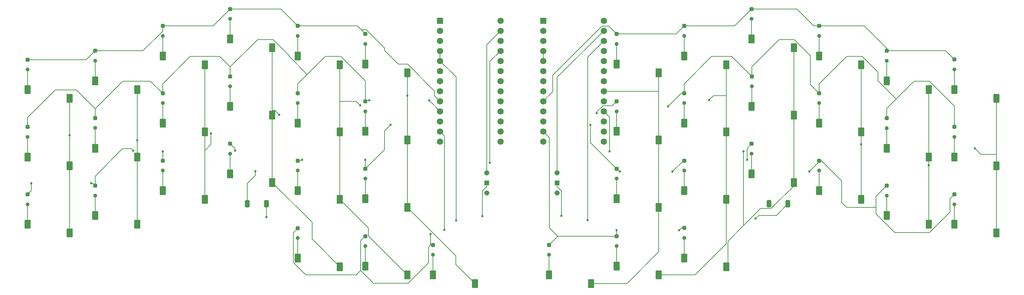
<source format=gbr>
%TF.GenerationSoftware,KiCad,Pcbnew,9.0.1*%
%TF.CreationDate,2025-04-16T23:21:15+03:00*%
%TF.ProjectId,turfing,74757266-696e-4672-9e6b-696361645f70,rev?*%
%TF.SameCoordinates,Original*%
%TF.FileFunction,Copper,L2,Bot*%
%TF.FilePolarity,Positive*%
%FSLAX46Y46*%
G04 Gerber Fmt 4.6, Leading zero omitted, Abs format (unit mm)*
G04 Created by KiCad (PCBNEW 9.0.1) date 2025-04-16 23:21:15*
%MOMM*%
%LPD*%
G01*
G04 APERTURE LIST*
G04 Aperture macros list*
%AMRoundRect*
0 Rectangle with rounded corners*
0 $1 Rounding radius*
0 $2 $3 $4 $5 $6 $7 $8 $9 X,Y pos of 4 corners*
0 Add a 4 corners polygon primitive as box body*
4,1,4,$2,$3,$4,$5,$6,$7,$8,$9,$2,$3,0*
0 Add four circle primitives for the rounded corners*
1,1,$1+$1,$2,$3*
1,1,$1+$1,$4,$5*
1,1,$1+$1,$6,$7*
1,1,$1+$1,$8,$9*
0 Add four rect primitives between the rounded corners*
20,1,$1+$1,$2,$3,$4,$5,0*
20,1,$1+$1,$4,$5,$6,$7,0*
20,1,$1+$1,$6,$7,$8,$9,0*
20,1,$1+$1,$8,$9,$2,$3,0*%
G04 Aperture macros list end*
%TA.AperFunction,SMDPad,CuDef*%
%ADD10RoundRect,0.200000X0.600000X0.900000X-0.600000X0.900000X-0.600000X-0.900000X0.600000X-0.900000X0*%
%TD*%
%TA.AperFunction,SMDPad,CuDef*%
%ADD11RoundRect,0.250000X-0.250000X0.250000X-0.250000X-0.250000X0.250000X-0.250000X0.250000X0.250000X0*%
%TD*%
%TA.AperFunction,SMDPad,CuDef*%
%ADD12C,1.000000*%
%TD*%
%TA.AperFunction,ComponentPad*%
%ADD13RoundRect,0.250000X-0.550000X-0.550000X0.550000X-0.550000X0.550000X0.550000X-0.550000X0.550000X0*%
%TD*%
%TA.AperFunction,ComponentPad*%
%ADD14C,1.600000*%
%TD*%
%TA.AperFunction,ComponentPad*%
%ADD15R,1.308000X1.308000*%
%TD*%
%TA.AperFunction,ComponentPad*%
%ADD16C,1.308000*%
%TD*%
%TA.AperFunction,SMDPad,CuDef*%
%ADD17RoundRect,0.250000X-0.350000X-0.650000X0.350000X-0.650000X0.350000X0.650000X-0.350000X0.650000X0*%
%TD*%
%TA.AperFunction,ViaPad*%
%ADD18C,0.600000*%
%TD*%
%TA.AperFunction,Conductor*%
%ADD19C,0.200000*%
%TD*%
G04 APERTURE END LIST*
D10*
%TO.P,SW16,1,1*%
%TO.N,Net-(D16-A)*%
X58200000Y-109950000D03*
%TO.P,SW16,2,2*%
%TO.N,COL_L3*%
X68800000Y-112150000D03*
%TD*%
%TO.P,SW29,1,1*%
%TO.N,Net-(D29-A)*%
X189450000Y-92950000D03*
%TO.P,SW29,2,2*%
%TO.N,COL_R1*%
X200050000Y-95150000D03*
%TD*%
D11*
%TO.P,D31,1,K*%
%TO.N,ROW_R1*%
X223452400Y-85375100D03*
D12*
%TO.P,D31,2,A*%
%TO.N,Net-(D31-A)*%
X223452400Y-87875100D03*
%TD*%
D11*
%TO.P,D1,1,K*%
%TO.N,ROW_L0*%
X109200000Y-70400100D03*
D12*
%TO.P,D1,2,A*%
%TO.N,Net-(D1-A)*%
X109200000Y-72900100D03*
%TD*%
D10*
%TO.P,SW20,1,1*%
%TO.N,Net-(D20-A)*%
X109200000Y-128990000D03*
%TO.P,SW20,2,2*%
%TO.N,COL_L1*%
X119800000Y-131190000D03*
%TD*%
D11*
%TO.P,D32,1,K*%
%TO.N,ROW_R1*%
X240452400Y-91675100D03*
D12*
%TO.P,D32,2,A*%
%TO.N,Net-(D32-A)*%
X240452400Y-94175100D03*
%TD*%
D10*
%TO.P,SW42,1,1*%
%TO.N,Net-(D42-A)*%
X189450000Y-126950000D03*
%TO.P,SW42,2,2*%
%TO.N,COL_R2*%
X200050000Y-129150000D03*
%TD*%
D11*
%TO.P,D17,1,K*%
%TO.N,ROW_L2*%
X41202400Y-108675100D03*
D12*
%TO.P,D17,2,A*%
%TO.N,Net-(D17-A)*%
X41202400Y-111175100D03*
%TD*%
D11*
%TO.P,D10,1,K*%
%TO.N,ROW_L1*%
X58200000Y-85375000D03*
D12*
%TO.P,D10,2,A*%
%TO.N,Net-(D10-A)*%
X58200000Y-87875000D03*
%TD*%
D11*
%TO.P,D12,1,K*%
%TO.N,ROW_L1*%
X24200000Y-93875000D03*
D12*
%TO.P,D12,2,A*%
%TO.N,Net-(D12-A)*%
X24200000Y-96375000D03*
%TD*%
D10*
%TO.P,SW17,1,1*%
%TO.N,Net-(D17-A)*%
X41200000Y-116240000D03*
%TO.P,SW17,2,2*%
%TO.N,COL_L4*%
X51800000Y-118440000D03*
%TD*%
%TO.P,SW5,1,1*%
%TO.N,Net-(D5-A)*%
X41200000Y-82240000D03*
%TO.P,SW5,2,2*%
%TO.N,COL_L4*%
X51800000Y-84440000D03*
%TD*%
D11*
%TO.P,D27,1,K*%
%TO.N,ROW_R0*%
X257450000Y-76875000D03*
D12*
%TO.P,D27,2,A*%
%TO.N,Net-(D27-A)*%
X257450000Y-79375000D03*
%TD*%
D10*
%TO.P,SW10,1,1*%
%TO.N,Net-(D10-A)*%
X58200000Y-92950000D03*
%TO.P,SW10,2,2*%
%TO.N,COL_L3*%
X68800000Y-95150000D03*
%TD*%
D13*
%TO.P,MCU_L1,*%
%TO.N,*%
X128030000Y-67060000D03*
D14*
X143270000Y-67060000D03*
%TO.P,MCU_L1,1,TX0/D3*%
%TO.N,unconnected-(MCU_L1-TX0{slash}D3-Pad1)*%
X128030000Y-69600000D03*
%TO.P,MCU_L1,2,RX1/D2*%
%TO.N,unconnected-(MCU_L1-RX1{slash}D2-Pad2)*%
X128030000Y-72140000D03*
%TO.P,MCU_L1,3,GND*%
%TO.N,GND_L*%
X128030000Y-74680000D03*
%TO.P,MCU_L1,4,GND*%
X128030000Y-77220000D03*
%TO.P,MCU_L1,5,2/D1/SDA*%
%TO.N,unconnected-(MCU_L1-2{slash}D1{slash}SDA-Pad5)*%
X128030000Y-79760000D03*
%TO.P,MCU_L1,6,3/D0/SCL*%
%TO.N,unconnected-(MCU_L1-3{slash}D0{slash}SCL-Pad6)*%
X128030000Y-82300000D03*
%TO.P,MCU_L1,7,4/D4*%
%TO.N,unconnected-(MCU_L1-4{slash}D4-Pad7)*%
X128030000Y-84840000D03*
%TO.P,MCU_L1,8,5/C6*%
%TO.N,ROW_L0*%
X128030000Y-87380000D03*
%TO.P,MCU_L1,9,6/D7*%
%TO.N,ROW_L1*%
X128030000Y-89920000D03*
%TO.P,MCU_L1,10,7/E6*%
%TO.N,ROW_L2*%
X128030000Y-92460000D03*
%TO.P,MCU_L1,11,8/B4*%
%TO.N,ROW_L3*%
X128030000Y-95000000D03*
%TO.P,MCU_L1,12,9/B5*%
%TO.N,unconnected-(MCU_L1-9{slash}B5-Pad12)*%
X128030000Y-97540000D03*
%TO.P,MCU_L1,13,B6/10*%
%TO.N,COL_L5*%
X143270000Y-97540000D03*
%TO.P,MCU_L1,14,B2/16*%
%TO.N,COL_L4*%
X143270000Y-95000000D03*
%TO.P,MCU_L1,15,B3/14*%
%TO.N,COL_L3*%
X143270000Y-92460000D03*
%TO.P,MCU_L1,16,B1/15*%
%TO.N,COL_L2*%
X143270000Y-89920000D03*
%TO.P,MCU_L1,17,F7/A0*%
%TO.N,COL_L1*%
X143270000Y-87380000D03*
%TO.P,MCU_L1,18,F6/A1*%
%TO.N,COL_L0*%
X143270000Y-84840000D03*
%TO.P,MCU_L1,19,F5/A2*%
%TO.N,unconnected-(MCU_L1-F5{slash}A2-Pad19)*%
X143270000Y-82300000D03*
%TO.P,MCU_L1,20,F4/A3*%
%TO.N,unconnected-(MCU_L1-F4{slash}A3-Pad20)*%
X143270000Y-79760000D03*
%TO.P,MCU_L1,21,VCC*%
%TO.N,unconnected-(MCU_L1-VCC-Pad21)*%
X143270000Y-77220000D03*
%TO.P,MCU_L1,22,RST*%
%TO.N,RESET_L*%
X143270000Y-74680000D03*
%TO.P,MCU_L1,23,GND*%
%TO.N,GND_L*%
X143270000Y-72140000D03*
%TO.P,MCU_L1,24,RAW*%
%TO.N,RAW_L*%
X143270000Y-69600000D03*
%TD*%
D11*
%TO.P,D30,1,K*%
%TO.N,ROW_R1*%
X206452400Y-81125100D03*
D12*
%TO.P,D30,2,A*%
%TO.N,Net-(D30-A)*%
X206452400Y-83625100D03*
%TD*%
D10*
%TO.P,SW24,1,1*%
%TO.N,Net-(D24-A)*%
X206450000Y-71700000D03*
%TO.P,SW24,2,2*%
%TO.N,COL_R2*%
X217050000Y-73900000D03*
%TD*%
%TO.P,SW4,1,1*%
%TO.N,Net-(D4-A)*%
X58200000Y-75950000D03*
%TO.P,SW4,2,2*%
%TO.N,COL_L3*%
X68800000Y-78150000D03*
%TD*%
%TO.P,SW22,1,1*%
%TO.N,Net-(D22-A)*%
X172450000Y-77990000D03*
%TO.P,SW22,2,2*%
%TO.N,COL_R0*%
X183050000Y-80190000D03*
%TD*%
%TO.P,SW36,1,1*%
%TO.N,Net-(D36-A)*%
X206450000Y-105700000D03*
%TO.P,SW36,2,2*%
%TO.N,COL_R2*%
X217050000Y-107900000D03*
%TD*%
%TO.P,SW34,1,1*%
%TO.N,Net-(D34-A)*%
X172450000Y-111990000D03*
%TO.P,SW34,2,2*%
%TO.N,COL_R0*%
X183050000Y-114190000D03*
%TD*%
D11*
%TO.P,D14,1,K*%
%TO.N,ROW_L2*%
X92202400Y-102375100D03*
D12*
%TO.P,D14,2,A*%
%TO.N,Net-(D14-A)*%
X92202400Y-104875100D03*
%TD*%
D11*
%TO.P,D3,1,K*%
%TO.N,ROW_L0*%
X75202400Y-64125100D03*
D12*
%TO.P,D3,2,A*%
%TO.N,Net-(D3-A)*%
X75202400Y-66625100D03*
%TD*%
D10*
%TO.P,SW15,1,1*%
%TO.N,Net-(D15-A)*%
X75200000Y-105700000D03*
%TO.P,SW15,2,2*%
%TO.N,COL_L2*%
X85800000Y-107900000D03*
%TD*%
%TO.P,SW40,1,1*%
%TO.N,Net-(D40-A)*%
X155450000Y-131200000D03*
%TO.P,SW40,2,2*%
%TO.N,COL_R0*%
X166050000Y-133400000D03*
%TD*%
%TO.P,SW7,1,1*%
%TO.N,Net-(D7-A)*%
X109200000Y-94990000D03*
%TO.P,SW7,2,2*%
%TO.N,COL_L0*%
X119800000Y-97190000D03*
%TD*%
D11*
%TO.P,D21,1,K*%
%TO.N,ROW_L3*%
X92227400Y-119400100D03*
D12*
%TO.P,D21,2,A*%
%TO.N,Net-(D21-A)*%
X92227400Y-121900100D03*
%TD*%
D10*
%TO.P,SW23,1,1*%
%TO.N,Net-(D23-A)*%
X189450000Y-75950000D03*
%TO.P,SW23,2,2*%
%TO.N,COL_R1*%
X200050000Y-78150000D03*
%TD*%
D15*
%TO.P,PW_R1,1*%
%TO.N,Net-(BAT_R1-BAT+)*%
X157491000Y-108000000D03*
D16*
%TO.P,PW_R1,2*%
%TO.N,unconnected-(PW_R1-Pad2)*%
X157491000Y-110540000D03*
%TO.P,PW_R1,3*%
%TO.N,RAW_R*%
X157491000Y-105460000D03*
%TD*%
D11*
%TO.P,D9,1,K*%
%TO.N,ROW_L1*%
X75202400Y-81125100D03*
D12*
%TO.P,D9,2,A*%
%TO.N,Net-(D9-A)*%
X75202400Y-83625100D03*
%TD*%
D10*
%TO.P,SW32,1,1*%
%TO.N,Net-(D32-A)*%
X240450000Y-99240000D03*
%TO.P,SW32,2,2*%
%TO.N,COL_R4*%
X251050000Y-101440000D03*
%TD*%
D11*
%TO.P,D22,1,K*%
%TO.N,ROW_R0*%
X172452400Y-70425100D03*
D12*
%TO.P,D22,2,A*%
%TO.N,Net-(D22-A)*%
X172452400Y-72925100D03*
%TD*%
D11*
%TO.P,D28,1,K*%
%TO.N,ROW_R1*%
X172452400Y-87425100D03*
D12*
%TO.P,D28,2,A*%
%TO.N,Net-(D28-A)*%
X172452400Y-89925100D03*
%TD*%
D11*
%TO.P,D39,1,K*%
%TO.N,ROW_R2*%
X257452400Y-110875100D03*
D12*
%TO.P,D39,2,A*%
%TO.N,Net-(D39-A)*%
X257452400Y-113375100D03*
%TD*%
D10*
%TO.P,SW3,1,1*%
%TO.N,Net-(D3-A)*%
X75200000Y-71700000D03*
%TO.P,SW3,2,2*%
%TO.N,COL_L2*%
X85800000Y-73900000D03*
%TD*%
D11*
%TO.P,D23,1,K*%
%TO.N,ROW_R0*%
X189452400Y-68375100D03*
D12*
%TO.P,D23,2,A*%
%TO.N,Net-(D23-A)*%
X189452400Y-70875100D03*
%TD*%
D10*
%TO.P,SW21,1,1*%
%TO.N,Net-(D21-A)*%
X92200000Y-126950000D03*
%TO.P,SW21,2,2*%
%TO.N,COL_L2*%
X102800000Y-129150000D03*
%TD*%
%TO.P,SW38,1,1*%
%TO.N,Net-(D38-A)*%
X240450000Y-116240000D03*
%TO.P,SW38,2,2*%
%TO.N,COL_R4*%
X251050000Y-118440000D03*
%TD*%
D11*
%TO.P,D5,1,K*%
%TO.N,ROW_L0*%
X41202400Y-74675100D03*
D12*
%TO.P,D5,2,A*%
%TO.N,Net-(D5-A)*%
X41202400Y-77175100D03*
%TD*%
D10*
%TO.P,SW25,1,1*%
%TO.N,Net-(D25-A)*%
X223450000Y-75950000D03*
%TO.P,SW25,2,2*%
%TO.N,COL_R3*%
X234050000Y-78150000D03*
%TD*%
%TO.P,SW8,1,1*%
%TO.N,Net-(D8-A)*%
X92200000Y-92950000D03*
%TO.P,SW8,2,2*%
%TO.N,COL_L1*%
X102800000Y-95150000D03*
%TD*%
D11*
%TO.P,D19,1,K*%
%TO.N,ROW_L3*%
X126202400Y-123625100D03*
D12*
%TO.P,D19,2,A*%
%TO.N,Net-(D19-A)*%
X126202400Y-126125100D03*
%TD*%
D10*
%TO.P,SW19,1,1*%
%TO.N,Net-(D19-A)*%
X126200000Y-131200000D03*
%TO.P,SW19,2,2*%
%TO.N,COL_L0*%
X136800000Y-133400000D03*
%TD*%
D11*
%TO.P,D26,1,K*%
%TO.N,ROW_R0*%
X240452400Y-74650100D03*
D12*
%TO.P,D26,2,A*%
%TO.N,Net-(D26-A)*%
X240452400Y-77150100D03*
%TD*%
D10*
%TO.P,SW30,1,1*%
%TO.N,Net-(D30-A)*%
X206450000Y-88700000D03*
%TO.P,SW30,2,2*%
%TO.N,COL_R2*%
X217050000Y-90900000D03*
%TD*%
D11*
%TO.P,D7,1,K*%
%TO.N,ROW_L1*%
X109202400Y-87425100D03*
D12*
%TO.P,D7,2,A*%
%TO.N,Net-(D7-A)*%
X109202400Y-89925100D03*
%TD*%
D10*
%TO.P,SW12,1,1*%
%TO.N,Net-(D12-A)*%
X24200000Y-101450000D03*
%TO.P,SW12,2,2*%
%TO.N,COL_L5*%
X34800000Y-103650000D03*
%TD*%
%TO.P,SW11,1,1*%
%TO.N,Net-(D11-A)*%
X41200000Y-99240000D03*
%TO.P,SW11,2,2*%
%TO.N,COL_L4*%
X51800000Y-101440000D03*
%TD*%
D17*
%TO.P,RS_L1,1,1*%
%TO.N,RESET_L*%
X79525000Y-113240000D03*
%TO.P,RS_L1,2,2*%
%TO.N,GND_L*%
X84325000Y-113240000D03*
%TD*%
D11*
%TO.P,D38,1,K*%
%TO.N,ROW_R2*%
X240452400Y-108675100D03*
D12*
%TO.P,D38,2,A*%
%TO.N,Net-(D38-A)*%
X240452400Y-111175100D03*
%TD*%
D10*
%TO.P,SW27,1,1*%
%TO.N,Net-(D27-A)*%
X257450000Y-84450000D03*
%TO.P,SW27,2,2*%
%TO.N,COL_R5*%
X268050000Y-86650000D03*
%TD*%
D11*
%TO.P,D20,1,K*%
%TO.N,ROW_L3*%
X109202400Y-121425100D03*
D12*
%TO.P,D20,2,A*%
%TO.N,Net-(D20-A)*%
X109202400Y-123925100D03*
%TD*%
D11*
%TO.P,D41,1,K*%
%TO.N,ROW_R3*%
X172450000Y-121425000D03*
D12*
%TO.P,D41,2,A*%
%TO.N,Net-(D41-A)*%
X172450000Y-123925000D03*
%TD*%
D10*
%TO.P,SW13,1,1*%
%TO.N,Net-(D13-A)*%
X109200000Y-111990000D03*
%TO.P,SW13,2,2*%
%TO.N,COL_L0*%
X119800000Y-114190000D03*
%TD*%
D15*
%TO.P,PW_L1,1*%
%TO.N,Net-(BAT_L1-BAT+)*%
X139769000Y-108000000D03*
D16*
%TO.P,PW_L1,2*%
%TO.N,RAW_L*%
X139769000Y-105460000D03*
%TO.P,PW_L1,3*%
%TO.N,unconnected-(PW_L1-Pad3)*%
X139769000Y-110540000D03*
%TD*%
D11*
%TO.P,D18,1,K*%
%TO.N,ROW_L2*%
X24202400Y-110875100D03*
D12*
%TO.P,D18,2,A*%
%TO.N,Net-(D18-A)*%
X24202400Y-113375100D03*
%TD*%
D11*
%TO.P,D24,1,K*%
%TO.N,ROW_R0*%
X206450000Y-64125000D03*
D12*
%TO.P,D24,2,A*%
%TO.N,Net-(D24-A)*%
X206450000Y-66625000D03*
%TD*%
D11*
%TO.P,D13,1,K*%
%TO.N,ROW_L2*%
X109202400Y-104425100D03*
D12*
%TO.P,D13,2,A*%
%TO.N,Net-(D13-A)*%
X109202400Y-106925100D03*
%TD*%
D11*
%TO.P,D4,1,K*%
%TO.N,ROW_L0*%
X58202400Y-68375100D03*
D12*
%TO.P,D4,2,A*%
%TO.N,Net-(D4-A)*%
X58202400Y-70875100D03*
%TD*%
D13*
%TO.P,MCU_R1,*%
%TO.N,*%
X153990000Y-67060000D03*
D14*
X169230000Y-67060000D03*
%TO.P,MCU_R1,1,TX0/D3*%
%TO.N,unconnected-(MCU_R1-TX0{slash}D3-Pad1)*%
X153990000Y-69600000D03*
%TO.P,MCU_R1,2,RX1/D2*%
%TO.N,unconnected-(MCU_R1-RX1{slash}D2-Pad2)*%
X153990000Y-72140000D03*
%TO.P,MCU_R1,3,GND*%
%TO.N,GND_R*%
X153990000Y-74680000D03*
%TO.P,MCU_R1,4,GND*%
X153990000Y-77220000D03*
%TO.P,MCU_R1,5,2/D1/SDA*%
%TO.N,unconnected-(MCU_R1-2{slash}D1{slash}SDA-Pad5)*%
X153990000Y-79760000D03*
%TO.P,MCU_R1,6,3/D0/SCL*%
%TO.N,unconnected-(MCU_R1-3{slash}D0{slash}SCL-Pad6)*%
X153990000Y-82300000D03*
%TO.P,MCU_R1,7,4/D4*%
%TO.N,unconnected-(MCU_R1-4{slash}D4-Pad7)*%
X153990000Y-84840000D03*
%TO.P,MCU_R1,8,5/C6*%
%TO.N,ROW_R0*%
X153990000Y-87380000D03*
%TO.P,MCU_R1,9,6/D7*%
%TO.N,ROW_R1*%
X153990000Y-89920000D03*
%TO.P,MCU_R1,10,7/E6*%
%TO.N,ROW_R2*%
X153990000Y-92460000D03*
%TO.P,MCU_R1,11,8/B4*%
%TO.N,ROW_R3*%
X153990000Y-95000000D03*
%TO.P,MCU_R1,12,9/B5*%
%TO.N,unconnected-(MCU_R1-9{slash}B5-Pad12)*%
X153990000Y-97540000D03*
%TO.P,MCU_R1,13,B6/10*%
%TO.N,COL_R5*%
X169230000Y-97540000D03*
%TO.P,MCU_R1,14,B2/16*%
%TO.N,COL_R4*%
X169230000Y-95000000D03*
%TO.P,MCU_R1,15,B3/14*%
%TO.N,COL_R3*%
X169230000Y-92460000D03*
%TO.P,MCU_R1,16,B1/15*%
%TO.N,COL_R2*%
X169230000Y-89920000D03*
%TO.P,MCU_R1,17,F7/A0*%
%TO.N,COL_R1*%
X169230000Y-87380000D03*
%TO.P,MCU_R1,18,F6/A1*%
%TO.N,COL_R0*%
X169230000Y-84840000D03*
%TO.P,MCU_R1,19,F5/A2*%
%TO.N,unconnected-(MCU_R1-F5{slash}A2-Pad19)*%
X169230000Y-82300000D03*
%TO.P,MCU_R1,20,F4/A3*%
%TO.N,unconnected-(MCU_R1-F4{slash}A3-Pad20)*%
X169230000Y-79760000D03*
%TO.P,MCU_R1,21,VCC*%
%TO.N,unconnected-(MCU_R1-VCC-Pad21)*%
X169230000Y-77220000D03*
%TO.P,MCU_R1,22,RST*%
%TO.N,RESET_R*%
X169230000Y-74680000D03*
%TO.P,MCU_R1,23,GND*%
%TO.N,GND_R*%
X169230000Y-72140000D03*
%TO.P,MCU_R1,24,RAW*%
%TO.N,RAW_R*%
X169230000Y-69600000D03*
%TD*%
D10*
%TO.P,SW35,1,1*%
%TO.N,Net-(D35-A)*%
X189450000Y-109950000D03*
%TO.P,SW35,2,2*%
%TO.N,COL_R1*%
X200050000Y-112150000D03*
%TD*%
%TO.P,SW31,1,1*%
%TO.N,Net-(D31-A)*%
X223450000Y-92950000D03*
%TO.P,SW31,2,2*%
%TO.N,COL_R3*%
X234050000Y-95150000D03*
%TD*%
%TO.P,SW2,1,1*%
%TO.N,Net-(D2-A)*%
X92200000Y-75950000D03*
%TO.P,SW2,2,2*%
%TO.N,COL_L1*%
X102800000Y-78150000D03*
%TD*%
D11*
%TO.P,D6,1,K*%
%TO.N,ROW_L0*%
X24227400Y-76900100D03*
D12*
%TO.P,D6,2,A*%
%TO.N,Net-(D6-A)*%
X24227400Y-79400100D03*
%TD*%
D10*
%TO.P,SW9,1,1*%
%TO.N,Net-(D9-A)*%
X75200000Y-88700000D03*
%TO.P,SW9,2,2*%
%TO.N,COL_L2*%
X85800000Y-90900000D03*
%TD*%
%TO.P,SW39,1,1*%
%TO.N,Net-(D39-A)*%
X257450000Y-118450000D03*
%TO.P,SW39,2,2*%
%TO.N,COL_R5*%
X268050000Y-120650000D03*
%TD*%
%TO.P,SW18,1,1*%
%TO.N,Net-(D18-A)*%
X24200000Y-118450000D03*
%TO.P,SW18,2,2*%
%TO.N,COL_L5*%
X34800000Y-120650000D03*
%TD*%
%TO.P,SW33,1,1*%
%TO.N,Net-(D33-A)*%
X257450000Y-101450000D03*
%TO.P,SW33,2,2*%
%TO.N,COL_R5*%
X268050000Y-103650000D03*
%TD*%
D11*
%TO.P,D37,1,K*%
%TO.N,ROW_R2*%
X223452400Y-102375100D03*
D12*
%TO.P,D37,2,A*%
%TO.N,Net-(D37-A)*%
X223452400Y-104875100D03*
%TD*%
D11*
%TO.P,D25,1,K*%
%TO.N,ROW_R0*%
X223452400Y-68375100D03*
D12*
%TO.P,D25,2,A*%
%TO.N,Net-(D25-A)*%
X223452400Y-70875100D03*
%TD*%
D10*
%TO.P,SW14,1,1*%
%TO.N,Net-(D14-A)*%
X92200000Y-109950000D03*
%TO.P,SW14,2,2*%
%TO.N,COL_L1*%
X102800000Y-112150000D03*
%TD*%
D11*
%TO.P,D42,1,K*%
%TO.N,ROW_R3*%
X189452400Y-119375100D03*
D12*
%TO.P,D42,2,A*%
%TO.N,Net-(D42-A)*%
X189452400Y-121875100D03*
%TD*%
D11*
%TO.P,D11,1,K*%
%TO.N,ROW_L1*%
X41202400Y-91650100D03*
D12*
%TO.P,D11,2,A*%
%TO.N,Net-(D11-A)*%
X41202400Y-94150100D03*
%TD*%
D11*
%TO.P,D34,1,K*%
%TO.N,ROW_R2*%
X172452400Y-104425100D03*
D12*
%TO.P,D34,2,A*%
%TO.N,Net-(D34-A)*%
X172452400Y-106925100D03*
%TD*%
D10*
%TO.P,SW6,1,1*%
%TO.N,Net-(D6-A)*%
X24200000Y-84450000D03*
%TO.P,SW6,2,2*%
%TO.N,COL_L5*%
X34800000Y-86650000D03*
%TD*%
D11*
%TO.P,D15,1,K*%
%TO.N,ROW_L2*%
X75202400Y-98125100D03*
D12*
%TO.P,D15,2,A*%
%TO.N,Net-(D15-A)*%
X75202400Y-100625100D03*
%TD*%
D11*
%TO.P,D2,1,K*%
%TO.N,ROW_L0*%
X92202400Y-68375100D03*
D12*
%TO.P,D2,2,A*%
%TO.N,Net-(D2-A)*%
X92202400Y-70875100D03*
%TD*%
D11*
%TO.P,D33,1,K*%
%TO.N,ROW_R1*%
X257452400Y-93875100D03*
D12*
%TO.P,D33,2,A*%
%TO.N,Net-(D33-A)*%
X257452400Y-96375100D03*
%TD*%
D11*
%TO.P,D29,1,K*%
%TO.N,ROW_R1*%
X189452400Y-85375100D03*
D12*
%TO.P,D29,2,A*%
%TO.N,Net-(D29-A)*%
X189452400Y-87875100D03*
%TD*%
D10*
%TO.P,SW1,1,1*%
%TO.N,Net-(D1-A)*%
X109200000Y-77990000D03*
%TO.P,SW1,2,2*%
%TO.N,COL_L0*%
X119800000Y-80190000D03*
%TD*%
D11*
%TO.P,D36,1,K*%
%TO.N,ROW_R2*%
X206450000Y-98125000D03*
D12*
%TO.P,D36,2,A*%
%TO.N,Net-(D36-A)*%
X206450000Y-100625000D03*
%TD*%
D11*
%TO.P,D40,1,K*%
%TO.N,ROW_R3*%
X155452400Y-123625100D03*
D12*
%TO.P,D40,2,A*%
%TO.N,Net-(D40-A)*%
X155452400Y-126125100D03*
%TD*%
D11*
%TO.P,D16,1,K*%
%TO.N,ROW_L2*%
X58202400Y-102375100D03*
D12*
%TO.P,D16,2,A*%
%TO.N,Net-(D16-A)*%
X58202400Y-104875100D03*
%TD*%
D10*
%TO.P,SW41,1,1*%
%TO.N,Net-(D41-A)*%
X172450000Y-128990000D03*
%TO.P,SW41,2,2*%
%TO.N,COL_R1*%
X183050000Y-131190000D03*
%TD*%
D11*
%TO.P,D35,1,K*%
%TO.N,ROW_R2*%
X189450000Y-102375000D03*
D12*
%TO.P,D35,2,A*%
%TO.N,Net-(D35-A)*%
X189450000Y-104875000D03*
%TD*%
D10*
%TO.P,SW28,1,1*%
%TO.N,Net-(D28-A)*%
X172450000Y-94990000D03*
%TO.P,SW28,2,2*%
%TO.N,COL_R0*%
X183050000Y-97190000D03*
%TD*%
%TO.P,SW26,1,1*%
%TO.N,Net-(D26-A)*%
X240450000Y-82240000D03*
%TO.P,SW26,2,2*%
%TO.N,COL_R4*%
X251050000Y-84440000D03*
%TD*%
%TO.P,SW37,1,1*%
%TO.N,Net-(D37-A)*%
X223450000Y-109950000D03*
%TO.P,SW37,2,2*%
%TO.N,COL_R3*%
X234050000Y-112150000D03*
%TD*%
D11*
%TO.P,D8,1,K*%
%TO.N,ROW_L1*%
X92200000Y-85375000D03*
D12*
%TO.P,D8,2,A*%
%TO.N,Net-(D8-A)*%
X92200000Y-87875000D03*
%TD*%
D17*
%TO.P,RS_R1,1,1*%
%TO.N,RESET_R*%
X210775000Y-113240000D03*
%TO.P,RS_R1,2,2*%
%TO.N,GND_R*%
X215575000Y-113240000D03*
%TD*%
D18*
%TO.N,GND_L*%
X132089100Y-117450000D03*
X84325000Y-116610700D03*
%TO.N,Net-(BAT_L1-BAT+)*%
X138675700Y-116384300D03*
%TO.N,GND_R*%
X207419300Y-117008900D03*
X165158700Y-117400000D03*
%TO.N,Net-(BAT_R1-BAT+)*%
X158571700Y-116321700D03*
%TO.N,ROW_L1*%
X110215100Y-87150900D03*
X125260900Y-87150900D03*
%TO.N,ROW_L2*%
X109202400Y-102186400D03*
X76445000Y-99893800D03*
X40207500Y-108101800D03*
X50826100Y-99899800D03*
X93264800Y-102186400D03*
X115585300Y-93360600D03*
X58202400Y-100044500D03*
X25099100Y-108101800D03*
%TO.N,ROW_L3*%
X129134600Y-119845500D03*
X125602400Y-120851800D03*
%TO.N,ROW_R1*%
X167473400Y-90355600D03*
X185449300Y-88650000D03*
%TO.N,ROW_R2*%
X173300900Y-105144100D03*
X165887800Y-93313300D03*
X205284400Y-102186400D03*
X221008300Y-105144100D03*
X186547300Y-105144100D03*
%TO.N,ROW_R3*%
X188238200Y-119932600D03*
X172450000Y-119932600D03*
%TO.N,COL_L1*%
X107968200Y-88413700D03*
%TO.N,COL_L4*%
X51800000Y-97244900D03*
%TO.N,COL_L5*%
X34800000Y-95973500D03*
%TO.N,COL_L2*%
X87542700Y-90825100D03*
%TO.N,COL_L0*%
X119800000Y-85979600D03*
%TO.N,COL_L3*%
X70353200Y-95462700D03*
%TO.N,COL_R4*%
X251050000Y-103500400D03*
%TO.N,COL_R1*%
X195777500Y-87051600D03*
%TO.N,COL_R2*%
X204393400Y-100032700D03*
X170669800Y-100032700D03*
%TO.N,COL_R5*%
X262592700Y-99259100D03*
%TO.N,COL_R3*%
X234050000Y-98218500D03*
%TO.N,RESET_L*%
X140575100Y-102877800D03*
X81541200Y-105050000D03*
%TD*%
D19*
%TO.N,GND_L*%
X84325000Y-113240000D02*
X84325000Y-116610700D01*
X128030000Y-77220000D02*
X128030000Y-74680000D01*
X132089100Y-117450000D02*
X132089100Y-81279100D01*
X132089100Y-81279100D02*
X128030000Y-77220000D01*
%TO.N,Net-(BAT_L1-BAT+)*%
X139769000Y-108000000D02*
X139769000Y-108955700D01*
X138675700Y-110049000D02*
X138675700Y-116384300D01*
X139769000Y-108955700D02*
X138675700Y-110049000D01*
%TO.N,GND_R*%
X212638400Y-116176600D02*
X208251600Y-116176600D01*
X165158700Y-76211300D02*
X169230000Y-72140000D01*
X215575000Y-113240000D02*
X212638400Y-116176600D01*
X208251600Y-116176600D02*
X207419300Y-117008900D01*
X153990000Y-77220000D02*
X153990000Y-74680000D01*
X165158700Y-117400000D02*
X165158700Y-76211300D01*
%TO.N,Net-(BAT_R1-BAT+)*%
X157491000Y-108955700D02*
X158571700Y-110036400D01*
X157491000Y-108000000D02*
X157491000Y-108955700D01*
X158571700Y-110036400D02*
X158571700Y-116321700D01*
%TO.N,ROW_L0*%
X70952400Y-68375100D02*
X75202400Y-64125100D01*
X114050200Y-73957100D02*
X114050200Y-74533400D01*
X117527400Y-78010600D02*
X119840400Y-78010600D01*
X53269600Y-74675100D02*
X58202400Y-69742300D01*
X75202400Y-64125100D02*
X87952400Y-64125100D01*
X58202400Y-68375100D02*
X70952400Y-68375100D01*
X108187500Y-69387600D02*
X109200000Y-70400100D01*
X109480700Y-69387600D02*
X114050200Y-73957100D01*
X87952400Y-64125100D02*
X92202400Y-68375100D01*
X114050200Y-74533400D02*
X117527400Y-78010600D01*
X126590200Y-84760400D02*
X126590200Y-85940200D01*
X38977400Y-76900100D02*
X41202400Y-74675100D01*
X41202400Y-74675100D02*
X53269600Y-74675100D01*
X92202400Y-68375100D02*
X107175000Y-68375100D01*
X24227400Y-76900100D02*
X38977400Y-76900100D01*
X108187500Y-69387600D02*
X109480700Y-69387600D01*
X58202400Y-69742300D02*
X58202400Y-68375100D01*
X119840400Y-78010600D02*
X126590200Y-84760400D01*
X126590200Y-85940200D02*
X128030000Y-87380000D01*
X107175000Y-68375100D02*
X108187500Y-69387600D01*
%TO.N,Net-(D1-A)*%
X109200000Y-72900100D02*
X109200000Y-77990000D01*
%TO.N,Net-(D2-A)*%
X92202400Y-75947600D02*
X92200000Y-75950000D01*
X92202400Y-70875100D02*
X92202400Y-75947600D01*
%TO.N,Net-(D3-A)*%
X75200000Y-66627500D02*
X75202400Y-66625100D01*
X75200000Y-71700000D02*
X75200000Y-66627500D01*
%TO.N,Net-(D4-A)*%
X58202400Y-70875100D02*
X58202400Y-75947600D01*
X58202400Y-75947600D02*
X58200000Y-75950000D01*
%TO.N,Net-(D5-A)*%
X41202400Y-77175100D02*
X41202400Y-82237600D01*
X41202400Y-82237600D02*
X41200000Y-82240000D01*
%TO.N,Net-(D6-A)*%
X24227400Y-84422600D02*
X24200000Y-84450000D01*
X24227400Y-79400100D02*
X24227400Y-84422600D01*
%TO.N,Net-(D7-A)*%
X109202000Y-94987600D02*
X109200000Y-94990000D01*
X109202400Y-92455900D02*
X109202400Y-89925100D01*
X109202000Y-92456300D02*
X109202000Y-94987600D01*
X109202000Y-89925100D02*
X109202000Y-92456300D01*
X109202000Y-92456300D02*
X109202400Y-92455900D01*
%TO.N,ROW_L1*%
X92200000Y-82989100D02*
X94583400Y-80605700D01*
X86035300Y-71823300D02*
X90000200Y-75788200D01*
X36500300Y-84574200D02*
X41202400Y-89276300D01*
X24200000Y-93875000D02*
X24200000Y-91489100D01*
X31114900Y-84574200D02*
X36500300Y-84574200D01*
X65103300Y-76087000D02*
X72551500Y-76087000D01*
X90000200Y-75788200D02*
X90000200Y-76022600D01*
X41202400Y-89276300D02*
X48152700Y-82326000D01*
X102993000Y-76075700D02*
X109202400Y-82285100D01*
X92200000Y-85375000D02*
X92200000Y-82989100D01*
X109202400Y-87150900D02*
X109202400Y-87425100D01*
X58200000Y-85375000D02*
X58200000Y-82990300D01*
X72551500Y-76087000D02*
X75202400Y-78737900D01*
X75202400Y-81125100D02*
X75202400Y-78737900D01*
X75202400Y-78737900D02*
X82117000Y-71823300D01*
X41202400Y-91650100D02*
X41202400Y-89276300D01*
X82117000Y-71823300D02*
X86035300Y-71823300D01*
X55151000Y-82326000D02*
X58200000Y-85375000D01*
X99113400Y-76075700D02*
X102993000Y-76075700D01*
X94583400Y-80605700D02*
X99113400Y-76075700D01*
X109202400Y-87150900D02*
X110215100Y-87150900D01*
X48152700Y-82326000D02*
X55151000Y-82326000D01*
X109202400Y-82285100D02*
X109202400Y-87150900D01*
X24200000Y-91489100D02*
X31114900Y-84574200D01*
X128030000Y-89920000D02*
X125260900Y-87150900D01*
X90000200Y-76022600D02*
X94583400Y-80605700D01*
X58200000Y-82990300D02*
X65103300Y-76087000D01*
%TO.N,Net-(D8-A)*%
X92200000Y-87875000D02*
X92200000Y-92950000D01*
%TO.N,Net-(D9-A)*%
X75200000Y-88700000D02*
X75200000Y-83627500D01*
X75200000Y-83627500D02*
X75202400Y-83625100D01*
%TO.N,Net-(D10-A)*%
X58200000Y-92950000D02*
X58200000Y-87875000D01*
%TO.N,Net-(D11-A)*%
X41202400Y-94150100D02*
X41202400Y-99237600D01*
X41202400Y-99237600D02*
X41200000Y-99240000D01*
%TO.N,Net-(D12-A)*%
X24200000Y-96375000D02*
X24200000Y-101450000D01*
%TO.N,Net-(D13-A)*%
X109201000Y-106926500D02*
X109202400Y-106925100D01*
X109200000Y-106928000D02*
X109201000Y-106926500D01*
X109201000Y-106926500D02*
X109202000Y-106925000D01*
X109200000Y-111990000D02*
X109200000Y-106928000D01*
%TO.N,ROW_L2*%
X93076100Y-102375100D02*
X93264800Y-102186400D01*
X92202400Y-102375100D02*
X93076100Y-102375100D01*
X24202400Y-110875100D02*
X25099100Y-109978400D01*
X109202400Y-104425100D02*
X109202400Y-102186400D01*
X75202400Y-98125100D02*
X76445000Y-99367700D01*
X25099100Y-109978400D02*
X25099100Y-108101800D01*
X114051700Y-99575800D02*
X114051700Y-94894200D01*
X109202400Y-104425100D02*
X114051700Y-99575800D01*
X76445000Y-99367700D02*
X76445000Y-99893800D01*
X40207500Y-108101800D02*
X40629100Y-108101800D01*
X48122300Y-99386200D02*
X50312500Y-99386200D01*
X58202400Y-102375100D02*
X58202400Y-100044500D01*
X41202400Y-108675100D02*
X41202400Y-106306100D01*
X114051700Y-94894200D02*
X115585300Y-93360600D01*
X50312500Y-99386200D02*
X50826100Y-99899800D01*
X40629100Y-108101800D02*
X41202400Y-108675100D01*
X41202400Y-106306100D02*
X48122300Y-99386200D01*
%TO.N,Net-(D14-A)*%
X92202400Y-104875100D02*
X92202400Y-109948000D01*
X92202400Y-109948000D02*
X92200000Y-109950000D01*
X92202400Y-104875000D02*
X92202400Y-104875100D01*
%TO.N,Net-(D15-A)*%
X75202400Y-100625300D02*
X75202400Y-100625100D01*
X75200000Y-105700000D02*
X75200000Y-100628000D01*
X75201200Y-100626500D02*
X75202400Y-100625300D01*
X75200000Y-100628000D02*
X75201200Y-100626500D01*
X75201200Y-100626500D02*
X75202400Y-100625000D01*
%TO.N,Net-(D16-A)*%
X58200000Y-104878000D02*
X58201200Y-104876500D01*
X58201200Y-104876500D02*
X58202400Y-104875000D01*
X58202400Y-104875300D02*
X58202400Y-104875100D01*
X58201200Y-104876500D02*
X58202400Y-104875300D01*
X58200000Y-109950000D02*
X58200000Y-104878000D01*
%TO.N,Net-(D17-A)*%
X41202400Y-116238000D02*
X41200000Y-116240000D01*
X41202400Y-111175100D02*
X41202400Y-116238000D01*
X41202400Y-111175000D02*
X41202400Y-111175100D01*
%TO.N,Net-(D18-A)*%
X24202400Y-113375000D02*
X24202400Y-113375100D01*
X24202400Y-118448000D02*
X24200000Y-118450000D01*
X24202400Y-113375100D02*
X24202400Y-118448000D01*
%TO.N,Net-(D19-A)*%
X126202400Y-126125100D02*
X126202400Y-131197600D01*
X126202400Y-131197600D02*
X126200000Y-131200000D01*
%TO.N,ROW_L3*%
X111248400Y-133280400D02*
X119927200Y-133280400D01*
X125602400Y-123625100D02*
X125602400Y-120851800D01*
X125602400Y-123625100D02*
X126202400Y-123625100D01*
X108049400Y-122578100D02*
X108049400Y-130081400D01*
X119927200Y-133280400D02*
X125099000Y-128108600D01*
X108049400Y-130081400D02*
X111248400Y-133280400D01*
X125099000Y-124128500D02*
X125602400Y-123625100D01*
X92227400Y-119400100D02*
X91059300Y-120568200D01*
X125099000Y-128108600D02*
X125099000Y-124128500D01*
X106910600Y-131220200D02*
X108049400Y-130081400D01*
X128030000Y-95000000D02*
X129134600Y-96104600D01*
X129134600Y-96104600D02*
X129134600Y-119845500D01*
X109202400Y-121425100D02*
X108049400Y-122578100D01*
X91059300Y-120568200D02*
X91059300Y-128071400D01*
X94208100Y-131220200D02*
X106910600Y-131220200D01*
X91059300Y-128071400D02*
X94208100Y-131220200D01*
%TO.N,Net-(D20-A)*%
X109200000Y-123927500D02*
X109200000Y-128990000D01*
X109202400Y-123925100D02*
X109200000Y-123927500D01*
%TO.N,Net-(D21-A)*%
X92200000Y-121927500D02*
X92200000Y-126950000D01*
X92227400Y-121900100D02*
X92200000Y-121927500D01*
%TO.N,ROW_R0*%
X240452000Y-74650100D02*
X240452400Y-74650100D01*
X222085000Y-68375100D02*
X223452400Y-68375100D01*
X189452000Y-68375100D02*
X189452400Y-68375100D01*
X168745000Y-68460900D02*
X170487800Y-68460900D01*
X153990000Y-87380000D02*
X156379000Y-84991000D01*
X156379000Y-80826900D02*
X168745000Y-68460900D01*
X240452400Y-74650100D02*
X255225000Y-74650100D01*
X240452000Y-74062400D02*
X240452000Y-74650100D01*
X234765000Y-68375100D02*
X240452000Y-74062400D01*
X217835000Y-64125000D02*
X222085000Y-68375100D01*
X172452000Y-70425100D02*
X172452400Y-70425100D01*
X202200000Y-68375100D02*
X206450000Y-64125000D01*
X187402000Y-70425100D02*
X189452000Y-68375100D01*
X189452400Y-68375100D02*
X202200000Y-68375100D01*
X255225000Y-74650100D02*
X257450000Y-76875000D01*
X223452400Y-68375100D02*
X234765000Y-68375100D01*
X156379000Y-84991000D02*
X156379000Y-80826900D01*
X172452400Y-70425100D02*
X187402000Y-70425100D01*
X206450000Y-64125000D02*
X217835000Y-64125000D01*
X170487800Y-68460900D02*
X172452000Y-70425100D01*
%TO.N,Net-(D22-A)*%
X172451000Y-72926300D02*
X172452000Y-72925100D01*
X172450000Y-77990000D02*
X172450000Y-72927500D01*
X172451200Y-72926300D02*
X172452400Y-72925100D01*
X172451000Y-72926300D02*
X172451200Y-72926300D01*
X172450000Y-72927500D02*
X172451000Y-72926300D01*
%TO.N,Net-(D23-A)*%
X189451000Y-70876300D02*
X189451200Y-70876300D01*
X189451200Y-70876300D02*
X189452400Y-70875100D01*
X189450000Y-70877500D02*
X189451000Y-70876300D01*
X189451000Y-70876300D02*
X189452000Y-70875100D01*
X189450000Y-75950000D02*
X189450000Y-70877500D01*
%TO.N,Net-(D24-A)*%
X206450000Y-71700000D02*
X206450000Y-66625000D01*
%TO.N,Net-(D25-A)*%
X223450000Y-70877500D02*
X223451000Y-70876300D01*
X223450000Y-75950000D02*
X223450000Y-70877500D01*
X223451000Y-70876300D02*
X223452000Y-70875100D01*
X223451200Y-70876300D02*
X223452400Y-70875100D01*
X223451000Y-70876300D02*
X223451200Y-70876300D01*
%TO.N,Net-(D26-A)*%
X240452000Y-79693800D02*
X240452400Y-79693400D01*
X240452400Y-79693400D02*
X240452400Y-77150100D01*
X240452000Y-82237600D02*
X240450000Y-82240000D01*
X240452000Y-77150100D02*
X240452000Y-79693800D01*
X240452000Y-79693800D02*
X240452000Y-82237600D01*
%TO.N,Net-(D27-A)*%
X257450000Y-84450000D02*
X257450000Y-79375000D01*
%TO.N,Net-(D28-A)*%
X172450000Y-89927500D02*
X172451000Y-89926300D01*
X172450000Y-94990000D02*
X172450000Y-89927500D01*
X172451000Y-89926300D02*
X172451200Y-89926300D01*
X172451200Y-89926300D02*
X172452400Y-89925100D01*
X172451000Y-89926300D02*
X172452000Y-89925100D01*
%TO.N,ROW_R1*%
X189452400Y-82987900D02*
X189452400Y-85375100D01*
X217166800Y-71804100D02*
X221250200Y-75887500D01*
X167473400Y-90050800D02*
X167473400Y-90355600D01*
X188724200Y-85375100D02*
X185449300Y-88650000D01*
X238250200Y-80078700D02*
X234244800Y-76073300D01*
X230367000Y-76073300D02*
X223452400Y-82987900D01*
X257452400Y-88615400D02*
X257452400Y-93875100D01*
X206452400Y-81125100D02*
X201414300Y-76087000D01*
X196353300Y-76087000D02*
X189452400Y-82987900D01*
X172452400Y-87425100D02*
X171395800Y-88481700D01*
X213386200Y-71804100D02*
X217166800Y-71804100D01*
X234244800Y-76073300D02*
X230367000Y-76073300D01*
X206452400Y-81125100D02*
X206452400Y-78737900D01*
X251202800Y-82365800D02*
X257452400Y-88615400D01*
X238250200Y-82278000D02*
X238250200Y-80078700D01*
X189452400Y-85375100D02*
X188724200Y-85375100D01*
X201414300Y-76087000D02*
X196353300Y-76087000D01*
X169042500Y-88481700D02*
X167473400Y-90050800D01*
X223452400Y-82987900D02*
X223452400Y-85375100D01*
X206452400Y-78737900D02*
X213386200Y-71804100D01*
X221250200Y-83172900D02*
X223452400Y-85375100D01*
X240452400Y-91675100D02*
X240452400Y-89199700D01*
X240452400Y-89199700D02*
X242812200Y-86839900D01*
X171395800Y-88481700D02*
X169042500Y-88481700D01*
X242812200Y-86839900D02*
X247286300Y-82365800D01*
X247286300Y-82365800D02*
X251202800Y-82365800D01*
X221250200Y-75887500D02*
X221250200Y-83172900D01*
X242812200Y-86839900D02*
X238250200Y-82278000D01*
%TO.N,Net-(D29-A)*%
X189450000Y-87877500D02*
X189451000Y-87876300D01*
X189451000Y-87876300D02*
X189451200Y-87876300D01*
X189450000Y-92950000D02*
X189450000Y-87877500D01*
X189451000Y-87876300D02*
X189452000Y-87875100D01*
X189451200Y-87876300D02*
X189452400Y-87875100D01*
%TO.N,Net-(D30-A)*%
X206452000Y-85787500D02*
X206452000Y-88697600D01*
X206452000Y-83625100D02*
X206452000Y-85787500D01*
X206452000Y-88697600D02*
X206450000Y-88700000D01*
X206452000Y-85787500D02*
X206452400Y-85787100D01*
X206452400Y-85787100D02*
X206452400Y-83625100D01*
%TO.N,Net-(D31-A)*%
X223452000Y-90411300D02*
X223452000Y-92947600D01*
X223452000Y-90411300D02*
X223452400Y-90410900D01*
X223452400Y-90410900D02*
X223452400Y-87875100D01*
X223452000Y-92947600D02*
X223450000Y-92950000D01*
X223452000Y-87875100D02*
X223452000Y-90411300D01*
%TO.N,Net-(D32-A)*%
X240452000Y-99237600D02*
X240450000Y-99240000D01*
X240452000Y-94175100D02*
X240452000Y-96706300D01*
X240452000Y-96706300D02*
X240452400Y-96705900D01*
X240452000Y-96706300D02*
X240452000Y-99237600D01*
X240452400Y-96705900D02*
X240452400Y-94175100D01*
%TO.N,Net-(D33-A)*%
X257450000Y-101450000D02*
X257450000Y-96377500D01*
X257451000Y-96376300D02*
X257452000Y-96375100D01*
X257451200Y-96376300D02*
X257452400Y-96375100D01*
X257450000Y-96377500D02*
X257451000Y-96376300D01*
X257451000Y-96376300D02*
X257451200Y-96376300D01*
%TO.N,Net-(D34-A)*%
X172450000Y-106928000D02*
X172451000Y-106926500D01*
X172450000Y-111990000D02*
X172450000Y-106928000D01*
X172451000Y-106926500D02*
X172452400Y-106925100D01*
X172451000Y-106926500D02*
X172452000Y-106925000D01*
%TO.N,ROW_R2*%
X224007800Y-102375100D02*
X229119500Y-107486800D01*
X165887800Y-97860500D02*
X165887800Y-93313300D01*
X189450000Y-102375000D02*
X189316400Y-102375000D01*
X172452400Y-104425100D02*
X165887800Y-97860500D01*
X251205300Y-120502300D02*
X256349000Y-115358600D01*
X229119500Y-112937000D02*
X230385100Y-114202600D01*
X256349000Y-115358600D02*
X256349000Y-111978500D01*
X206450000Y-98125000D02*
X205284400Y-99290600D01*
X223452400Y-102375100D02*
X224007800Y-102375100D01*
X223452400Y-102700000D02*
X221008300Y-105144100D01*
X237736000Y-115761100D02*
X242477200Y-120502300D01*
X240452400Y-108675100D02*
X237736000Y-111391500D01*
X205284400Y-99290600D02*
X205284400Y-102186400D01*
X189316400Y-102375000D02*
X186547300Y-105144100D01*
X173171400Y-105144100D02*
X172452400Y-104425100D01*
X173300900Y-105144100D02*
X173171400Y-105144100D01*
X229119500Y-107486800D02*
X229119500Y-112937000D01*
X256349000Y-111978500D02*
X257452400Y-110875100D01*
X230385100Y-114202600D02*
X237736000Y-114202600D01*
X237736000Y-111391500D02*
X237736000Y-114202600D01*
X237736000Y-114202600D02*
X237736000Y-115761100D01*
X242477200Y-120502300D02*
X251205300Y-120502300D01*
X223452400Y-102375100D02*
X223452400Y-102700000D01*
%TO.N,Net-(D35-A)*%
X189450000Y-109950000D02*
X189450000Y-104875000D01*
%TO.N,Net-(D36-A)*%
X206450000Y-100625000D02*
X206450000Y-105700000D01*
%TO.N,Net-(D37-A)*%
X223452000Y-107411500D02*
X223452000Y-109948000D01*
X223452000Y-107411500D02*
X223452400Y-107411100D01*
X223452000Y-104875000D02*
X223452000Y-107411500D01*
X223452400Y-107411100D02*
X223452400Y-104875100D01*
X223452000Y-109948000D02*
X223450000Y-109950000D01*
%TO.N,Net-(D38-A)*%
X240452400Y-113706100D02*
X240452400Y-111175100D01*
X240452000Y-113706500D02*
X240452400Y-113706100D01*
X240452000Y-113706500D02*
X240452000Y-116238000D01*
X240452000Y-116238000D02*
X240450000Y-116240000D01*
X240452000Y-111175000D02*
X240452000Y-113706500D01*
%TO.N,Net-(D39-A)*%
X257452000Y-115911500D02*
X257452400Y-115911100D01*
X257452400Y-115911100D02*
X257452400Y-113375100D01*
X257452000Y-118448000D02*
X257450000Y-118450000D01*
X257452000Y-113375000D02*
X257452000Y-115911500D01*
X257452000Y-115911500D02*
X257452000Y-118448000D01*
%TO.N,ROW_R3*%
X155550000Y-96560000D02*
X155550000Y-119322500D01*
X172450000Y-121425000D02*
X157652500Y-121425000D01*
X157652500Y-121425000D02*
X155452400Y-123625100D01*
X153990000Y-95000000D02*
X155550000Y-96560000D01*
X172450000Y-121425000D02*
X172450000Y-119932600D01*
X155550000Y-119322500D02*
X157652500Y-121425000D01*
X189452400Y-119375100D02*
X188795700Y-119375100D01*
X188795700Y-119375100D02*
X188238200Y-119932600D01*
%TO.N,Net-(D40-A)*%
X155450000Y-126128000D02*
X155451000Y-126126500D01*
X155451000Y-126126500D02*
X155452000Y-126125000D01*
X155450000Y-131200000D02*
X155450000Y-126128000D01*
X155451000Y-126126500D02*
X155452400Y-126125100D01*
%TO.N,Net-(D41-A)*%
X172450000Y-128990000D02*
X172450000Y-123925000D01*
%TO.N,Net-(D42-A)*%
X189451000Y-121876500D02*
X189452400Y-121875100D01*
X189450000Y-126950000D02*
X189450000Y-121878000D01*
X189450000Y-121878000D02*
X189451000Y-121876500D01*
X189451000Y-121876500D02*
X189452000Y-121875000D01*
%TO.N,COL_L1*%
X119800000Y-131190000D02*
X110003000Y-121393000D01*
X102800000Y-87387000D02*
X106941500Y-87387000D01*
X110003000Y-121393000D02*
X110003000Y-119353000D01*
X102800000Y-87387000D02*
X102800000Y-95150000D01*
X106941500Y-87387000D02*
X107968200Y-88413700D01*
X102800000Y-95150000D02*
X102800000Y-112150000D01*
X102800000Y-78150000D02*
X102800000Y-87387000D01*
X110003000Y-119353000D02*
X102800000Y-112150000D01*
%TO.N,COL_L4*%
X51800000Y-97244900D02*
X51800000Y-95640200D01*
X51800000Y-101440000D02*
X51800000Y-118440000D01*
X51800000Y-101440000D02*
X51800000Y-97244900D01*
X51800000Y-95640200D02*
X51800000Y-84440000D01*
X51800000Y-95640200D02*
X51800000Y-97244900D01*
%TO.N,COL_L5*%
X34800000Y-86650000D02*
X34800000Y-95973500D01*
X34800000Y-103650000D02*
X34800000Y-120650000D01*
X34800000Y-95973500D02*
X34800000Y-103650000D01*
%TO.N,COL_L2*%
X95801000Y-117901000D02*
X95801000Y-122151000D01*
X86405100Y-89687500D02*
X87542700Y-90825100D01*
X85800000Y-90900000D02*
X85800000Y-107900000D01*
X85800000Y-89687500D02*
X86405100Y-89687500D01*
X95801000Y-122151000D02*
X102800000Y-129150000D01*
X85800000Y-89687500D02*
X85800000Y-90900000D01*
X85800000Y-73900000D02*
X85800000Y-89687500D01*
X85800000Y-107900000D02*
X95801000Y-117901000D01*
%TO.N,RAW_L*%
X143270000Y-69600000D02*
X139769000Y-73101000D01*
X139769000Y-73101000D02*
X139769000Y-105460000D01*
%TO.N,COL_L0*%
X119800000Y-85979600D02*
X119800000Y-85762100D01*
X119800000Y-85762100D02*
X119800000Y-80190000D01*
X119800000Y-97190000D02*
X119800000Y-114190000D01*
X136800000Y-133400000D02*
X131949000Y-128549000D01*
X131949000Y-126339000D02*
X119800000Y-114190000D01*
X119800000Y-97190000D02*
X119800000Y-85979600D01*
X119800000Y-85762100D02*
X119800000Y-85979600D01*
X131949000Y-128549000D02*
X131949000Y-126339000D01*
%TO.N,COL_L3*%
X68800000Y-99824600D02*
X70353200Y-98271400D01*
X68800000Y-95150000D02*
X68800000Y-99824600D01*
X68800000Y-78150000D02*
X68800000Y-95150000D01*
X68800000Y-99824600D02*
X68800000Y-112150000D01*
X70353200Y-98271400D02*
X70353200Y-95462700D01*
%TO.N,COL_R4*%
X251050000Y-102920400D02*
X251050000Y-103500400D01*
X251050000Y-103500400D02*
X251050000Y-118440000D01*
X251050000Y-102920400D02*
X251050000Y-103500400D01*
X251050000Y-84440000D02*
X251050000Y-101440000D01*
X251050000Y-101440000D02*
X251050000Y-102920400D01*
%TO.N,COL_R1*%
X183050000Y-131190000D02*
X192211000Y-131190000D01*
X200050000Y-85987000D02*
X196842100Y-85987000D01*
X200050000Y-123351000D02*
X200050000Y-112150000D01*
X200050000Y-85987000D02*
X200050000Y-95150000D01*
X196842100Y-85987000D02*
X195777500Y-87051600D01*
X200050000Y-95150000D02*
X200050000Y-112150000D01*
X200050000Y-78150000D02*
X200050000Y-85987000D01*
X192211000Y-131190000D02*
X200050000Y-123351000D01*
%TO.N,COL_R2*%
X211360000Y-114441000D02*
X217050000Y-108751000D01*
X217050000Y-108751000D02*
X217050000Y-107900000D01*
X217050000Y-90900000D02*
X217050000Y-107900000D01*
X200451000Y-128749000D02*
X200451000Y-122709000D01*
X208719000Y-114441000D02*
X211360000Y-114441000D01*
X217050000Y-73900000D02*
X217050000Y-90900000D01*
X169230000Y-89920000D02*
X170669800Y-91359800D01*
X204393400Y-118766600D02*
X204393400Y-100032700D01*
X200451000Y-122709000D02*
X204393400Y-118766600D01*
X204393400Y-118766600D02*
X208719000Y-114441000D01*
X200050000Y-129150000D02*
X200451000Y-128749000D01*
X170669800Y-91359800D02*
X170669800Y-100032700D01*
%TO.N,COL_R5*%
X264133600Y-100800000D02*
X262592700Y-99259100D01*
X268050000Y-100800000D02*
X268050000Y-103650000D01*
X268050000Y-86650000D02*
X268050000Y-100800000D01*
X268050000Y-100800000D02*
X264133600Y-100800000D01*
X268050000Y-103650000D02*
X268050000Y-120650000D01*
%TO.N,RAW_R*%
X169230000Y-69600000D02*
X157491000Y-81339000D01*
X157491000Y-81339000D02*
X157491000Y-105460000D01*
%TO.N,COL_R0*%
X183050000Y-84840000D02*
X169230000Y-84840000D01*
X183050000Y-80190000D02*
X183050000Y-84840000D01*
X183050000Y-97190000D02*
X183050000Y-114190000D01*
X183050000Y-84840000D02*
X183050000Y-97190000D01*
X175041000Y-133400000D02*
X183050000Y-125391000D01*
X183050000Y-125391000D02*
X183050000Y-114190000D01*
X166050000Y-133400000D02*
X175041000Y-133400000D01*
%TO.N,COL_R3*%
X234050000Y-98220100D02*
X234050000Y-98221700D01*
X234050000Y-98223300D02*
X234050000Y-98221700D01*
X234050000Y-98221700D02*
X234050000Y-98223300D01*
X234050000Y-98223300D02*
X234050000Y-98224900D01*
X234050000Y-98224900D02*
X234050000Y-98756000D01*
X234050000Y-98218500D02*
X234050000Y-98220100D01*
X234050000Y-98221700D02*
X234050000Y-98220100D01*
X234050000Y-98224900D02*
X234050000Y-98223300D01*
X234050000Y-78150000D02*
X234050000Y-95150000D01*
X234050000Y-98756000D02*
X234050000Y-98224900D01*
X234050000Y-98756000D02*
X234050000Y-112150000D01*
X234050000Y-95150000D02*
X234050000Y-98218500D01*
X234050000Y-98220100D02*
X234050000Y-98218500D01*
%TO.N,RESET_L*%
X143270000Y-74680000D02*
X140575100Y-77374900D01*
X81541200Y-106159900D02*
X79525000Y-108176100D01*
X79525000Y-108176100D02*
X79525000Y-113240000D01*
X81541200Y-105050000D02*
X81541200Y-106159900D01*
X140575100Y-77374900D02*
X140575100Y-102877800D01*
%TD*%
M02*

</source>
